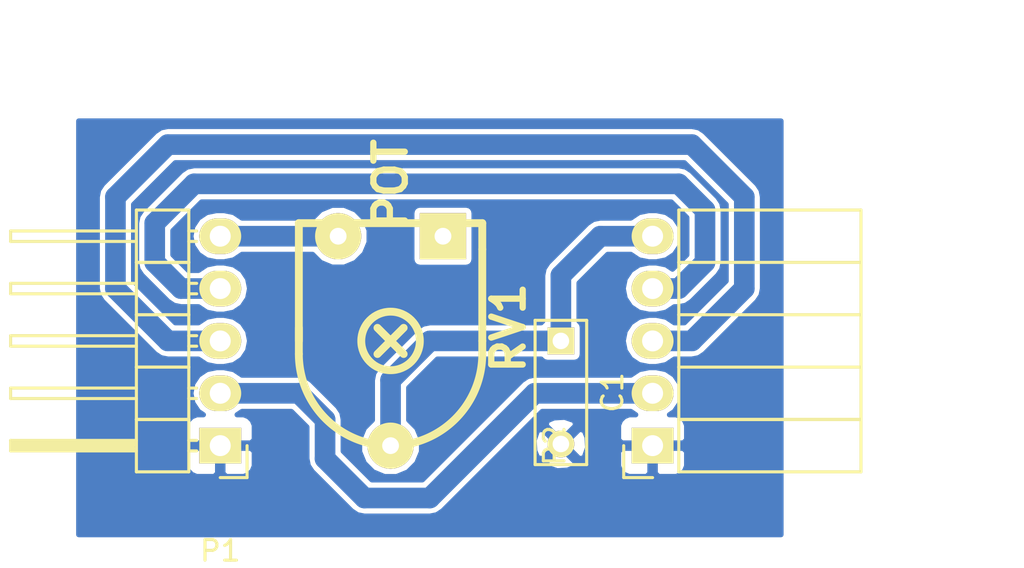
<source format=kicad_pcb>
(kicad_pcb (version 4) (host pcbnew 4.0.1-stable)

  (general
    (links 8)
    (no_connects 0)
    (area 109.139999 93.67 162.94 121.01)
    (thickness 1.6)
    (drawings 6)
    (tracks 33)
    (zones 0)
    (modules 4)
    (nets 8)
  )

  (page A4)
  (layers
    (0 F.Cu signal)
    (31 B.Cu signal)
    (32 B.Adhes user)
    (33 F.Adhes user)
    (34 B.Paste user)
    (35 F.Paste user)
    (36 B.SilkS user)
    (37 F.SilkS user)
    (38 B.Mask user)
    (39 F.Mask user)
    (40 Dwgs.User user)
    (41 Cmts.User user)
    (42 Eco1.User user)
    (43 Eco2.User user)
    (44 Edge.Cuts user)
    (45 Margin user)
    (46 B.CrtYd user)
    (47 F.CrtYd user)
    (48 B.Fab user)
    (49 F.Fab user)
  )

  (setup
    (last_trace_width 1)
    (user_trace_width 0.5)
    (user_trace_width 1)
    (trace_clearance 0.2)
    (zone_clearance 0.254)
    (zone_45_only no)
    (trace_min 0.2)
    (segment_width 0.2)
    (edge_width 0.15)
    (via_size 0.6)
    (via_drill 0.4)
    (via_min_size 0.4)
    (via_min_drill 0.3)
    (user_via 1 0.8)
    (uvia_size 0.3)
    (uvia_drill 0.1)
    (uvias_allowed no)
    (uvia_min_size 0)
    (uvia_min_drill 0)
    (pcb_text_width 0.3)
    (pcb_text_size 1.5 1.5)
    (mod_edge_width 0.15)
    (mod_text_size 1 1)
    (mod_text_width 0.15)
    (pad_size 1.524 1.524)
    (pad_drill 0.762)
    (pad_to_mask_clearance 0.2)
    (aux_axis_origin 0 0)
    (visible_elements FFFFFF7F)
    (pcbplotparams
      (layerselection 0x00000_80000000)
      (usegerberextensions false)
      (excludeedgelayer true)
      (linewidth 0.100000)
      (plotframeref false)
      (viasonmask false)
      (mode 1)
      (useauxorigin false)
      (hpglpennumber 1)
      (hpglpenspeed 20)
      (hpglpendiameter 15)
      (hpglpenoverlay 2)
      (psnegative false)
      (psa4output false)
      (plotreference true)
      (plotvalue true)
      (plotinvisibletext false)
      (padsonsilk false)
      (subtractmaskfromsilk false)
      (outputformat 4)
      (mirror false)
      (drillshape 0)
      (scaleselection 1)
      (outputdirectory ""))
  )

  (net 0 "")
  (net 1 "Net-(C1-Pad1)")
  (net 2 GND)
  (net 3 /2)
  (net 4 /3)
  (net 5 /4)
  (net 6 "Net-(P1-Pad5)")
  (net 7 "Net-(RV1-Pad1)")

  (net_class Default "Ceci est la Netclass par défaut"
    (clearance 0.2)
    (trace_width 0.25)
    (via_dia 0.6)
    (via_drill 0.4)
    (uvia_dia 0.3)
    (uvia_drill 0.1)
    (add_net /2)
    (add_net /3)
    (add_net /4)
    (add_net GND)
    (add_net "Net-(C1-Pad1)")
    (add_net "Net-(P1-Pad5)")
    (add_net "Net-(RV1-Pad1)")
  )

  (module Capacitors_ThroughHole:C_Rect_L7_W2.5_P5 (layer F.Cu) (tedit 0) (tstamp 56F0395B)
    (at 136.525 109.855 270)
    (descr "Film Capacitor Length 7mm x Width 2.5mm, Pitch 5mm")
    (tags Capacitor)
    (path /56F037F0)
    (fp_text reference C1 (at 2.5 -2.5 270) (layer F.SilkS)
      (effects (font (size 1 1) (thickness 0.15)))
    )
    (fp_text value C (at 2.5 2.5 270) (layer F.Fab)
      (effects (font (size 1 1) (thickness 0.15)))
    )
    (fp_line (start -1.25 -1.5) (end 6.25 -1.5) (layer F.CrtYd) (width 0.05))
    (fp_line (start 6.25 -1.5) (end 6.25 1.5) (layer F.CrtYd) (width 0.05))
    (fp_line (start 6.25 1.5) (end -1.25 1.5) (layer F.CrtYd) (width 0.05))
    (fp_line (start -1.25 1.5) (end -1.25 -1.5) (layer F.CrtYd) (width 0.05))
    (fp_line (start -1 -1.25) (end 6 -1.25) (layer F.SilkS) (width 0.15))
    (fp_line (start 6 -1.25) (end 6 1.25) (layer F.SilkS) (width 0.15))
    (fp_line (start 6 1.25) (end -1 1.25) (layer F.SilkS) (width 0.15))
    (fp_line (start -1 1.25) (end -1 -1.25) (layer F.SilkS) (width 0.15))
    (pad 1 thru_hole rect (at 0 0 270) (size 1.3 1.3) (drill 0.8) (layers *.Cu *.Mask F.SilkS)
      (net 1 "Net-(C1-Pad1)"))
    (pad 2 thru_hole circle (at 5 0 270) (size 1.3 1.3) (drill 0.8) (layers *.Cu *.Mask F.SilkS)
      (net 2 GND))
  )

  (module Pin_Headers:Pin_Header_Angled_1x05 (layer F.Cu) (tedit 0) (tstamp 56F03964)
    (at 120.015 114.935 180)
    (descr "Through hole pin header")
    (tags "pin header")
    (path /56F0389F)
    (fp_text reference P1 (at 0 -5.1 180) (layer F.SilkS)
      (effects (font (size 1 1) (thickness 0.15)))
    )
    (fp_text value CONN_01X05 (at 0 -3.1 180) (layer F.Fab)
      (effects (font (size 1 1) (thickness 0.15)))
    )
    (fp_line (start -1.5 -1.75) (end -1.5 11.95) (layer F.CrtYd) (width 0.05))
    (fp_line (start 10.65 -1.75) (end 10.65 11.95) (layer F.CrtYd) (width 0.05))
    (fp_line (start -1.5 -1.75) (end 10.65 -1.75) (layer F.CrtYd) (width 0.05))
    (fp_line (start -1.5 11.95) (end 10.65 11.95) (layer F.CrtYd) (width 0.05))
    (fp_line (start -1.3 -1.55) (end -1.3 0) (layer F.SilkS) (width 0.15))
    (fp_line (start 0 -1.55) (end -1.3 -1.55) (layer F.SilkS) (width 0.15))
    (fp_line (start 4.191 -0.127) (end 10.033 -0.127) (layer F.SilkS) (width 0.15))
    (fp_line (start 10.033 -0.127) (end 10.033 0.127) (layer F.SilkS) (width 0.15))
    (fp_line (start 10.033 0.127) (end 4.191 0.127) (layer F.SilkS) (width 0.15))
    (fp_line (start 4.191 0.127) (end 4.191 0) (layer F.SilkS) (width 0.15))
    (fp_line (start 4.191 0) (end 10.033 0) (layer F.SilkS) (width 0.15))
    (fp_line (start 1.524 -0.254) (end 1.143 -0.254) (layer F.SilkS) (width 0.15))
    (fp_line (start 1.524 0.254) (end 1.143 0.254) (layer F.SilkS) (width 0.15))
    (fp_line (start 1.524 2.286) (end 1.143 2.286) (layer F.SilkS) (width 0.15))
    (fp_line (start 1.524 2.794) (end 1.143 2.794) (layer F.SilkS) (width 0.15))
    (fp_line (start 1.524 4.826) (end 1.143 4.826) (layer F.SilkS) (width 0.15))
    (fp_line (start 1.524 5.334) (end 1.143 5.334) (layer F.SilkS) (width 0.15))
    (fp_line (start 1.524 7.366) (end 1.143 7.366) (layer F.SilkS) (width 0.15))
    (fp_line (start 1.524 7.874) (end 1.143 7.874) (layer F.SilkS) (width 0.15))
    (fp_line (start 1.524 10.414) (end 1.143 10.414) (layer F.SilkS) (width 0.15))
    (fp_line (start 1.524 9.906) (end 1.143 9.906) (layer F.SilkS) (width 0.15))
    (fp_line (start 4.064 1.27) (end 4.064 -1.27) (layer F.SilkS) (width 0.15))
    (fp_line (start 10.16 0.254) (end 4.064 0.254) (layer F.SilkS) (width 0.15))
    (fp_line (start 10.16 -0.254) (end 10.16 0.254) (layer F.SilkS) (width 0.15))
    (fp_line (start 4.064 -0.254) (end 10.16 -0.254) (layer F.SilkS) (width 0.15))
    (fp_line (start 1.524 1.27) (end 4.064 1.27) (layer F.SilkS) (width 0.15))
    (fp_line (start 1.524 -1.27) (end 1.524 1.27) (layer F.SilkS) (width 0.15))
    (fp_line (start 1.524 -1.27) (end 4.064 -1.27) (layer F.SilkS) (width 0.15))
    (fp_line (start 1.524 3.81) (end 4.064 3.81) (layer F.SilkS) (width 0.15))
    (fp_line (start 1.524 3.81) (end 1.524 6.35) (layer F.SilkS) (width 0.15))
    (fp_line (start 1.524 6.35) (end 4.064 6.35) (layer F.SilkS) (width 0.15))
    (fp_line (start 4.064 4.826) (end 10.16 4.826) (layer F.SilkS) (width 0.15))
    (fp_line (start 10.16 4.826) (end 10.16 5.334) (layer F.SilkS) (width 0.15))
    (fp_line (start 10.16 5.334) (end 4.064 5.334) (layer F.SilkS) (width 0.15))
    (fp_line (start 4.064 6.35) (end 4.064 3.81) (layer F.SilkS) (width 0.15))
    (fp_line (start 4.064 3.81) (end 4.064 1.27) (layer F.SilkS) (width 0.15))
    (fp_line (start 10.16 2.794) (end 4.064 2.794) (layer F.SilkS) (width 0.15))
    (fp_line (start 10.16 2.286) (end 10.16 2.794) (layer F.SilkS) (width 0.15))
    (fp_line (start 4.064 2.286) (end 10.16 2.286) (layer F.SilkS) (width 0.15))
    (fp_line (start 1.524 3.81) (end 4.064 3.81) (layer F.SilkS) (width 0.15))
    (fp_line (start 1.524 1.27) (end 1.524 3.81) (layer F.SilkS) (width 0.15))
    (fp_line (start 1.524 1.27) (end 4.064 1.27) (layer F.SilkS) (width 0.15))
    (fp_line (start 1.524 8.89) (end 4.064 8.89) (layer F.SilkS) (width 0.15))
    (fp_line (start 1.524 8.89) (end 1.524 11.43) (layer F.SilkS) (width 0.15))
    (fp_line (start 1.524 11.43) (end 4.064 11.43) (layer F.SilkS) (width 0.15))
    (fp_line (start 4.064 9.906) (end 10.16 9.906) (layer F.SilkS) (width 0.15))
    (fp_line (start 10.16 9.906) (end 10.16 10.414) (layer F.SilkS) (width 0.15))
    (fp_line (start 10.16 10.414) (end 4.064 10.414) (layer F.SilkS) (width 0.15))
    (fp_line (start 4.064 11.43) (end 4.064 8.89) (layer F.SilkS) (width 0.15))
    (fp_line (start 4.064 8.89) (end 4.064 6.35) (layer F.SilkS) (width 0.15))
    (fp_line (start 10.16 7.874) (end 4.064 7.874) (layer F.SilkS) (width 0.15))
    (fp_line (start 10.16 7.366) (end 10.16 7.874) (layer F.SilkS) (width 0.15))
    (fp_line (start 4.064 7.366) (end 10.16 7.366) (layer F.SilkS) (width 0.15))
    (fp_line (start 1.524 8.89) (end 4.064 8.89) (layer F.SilkS) (width 0.15))
    (fp_line (start 1.524 6.35) (end 1.524 8.89) (layer F.SilkS) (width 0.15))
    (fp_line (start 1.524 6.35) (end 4.064 6.35) (layer F.SilkS) (width 0.15))
    (pad 1 thru_hole rect (at 0 0 180) (size 2.032 1.7272) (drill 1.016) (layers *.Cu *.Mask F.SilkS)
      (net 2 GND))
    (pad 2 thru_hole oval (at 0 2.54 180) (size 2.032 1.7272) (drill 1.016) (layers *.Cu *.Mask F.SilkS)
      (net 3 /2))
    (pad 3 thru_hole oval (at 0 5.08 180) (size 2.032 1.7272) (drill 1.016) (layers *.Cu *.Mask F.SilkS)
      (net 4 /3))
    (pad 4 thru_hole oval (at 0 7.62 180) (size 2.032 1.7272) (drill 1.016) (layers *.Cu *.Mask F.SilkS)
      (net 5 /4))
    (pad 5 thru_hole oval (at 0 10.16 180) (size 2.032 1.7272) (drill 1.016) (layers *.Cu *.Mask F.SilkS)
      (net 6 "Net-(P1-Pad5)"))
    (model Pin_Headers.3dshapes/Pin_Header_Angled_1x05.wrl
      (at (xyz 0 -0.2 0))
      (scale (xyz 1 1 1))
      (rotate (xyz 0 0 90))
    )
  )

  (module Socket_Strips:Socket_Strip_Angled_1x05 (layer F.Cu) (tedit 0) (tstamp 56F0396D)
    (at 140.97 114.935 90)
    (descr "Through hole socket strip")
    (tags "socket strip")
    (path /56F03843)
    (fp_text reference P2 (at 0 -4.75 90) (layer F.SilkS)
      (effects (font (size 1 1) (thickness 0.15)))
    )
    (fp_text value CONN_01X05 (at 0 -2.75 90) (layer F.Fab)
      (effects (font (size 1 1) (thickness 0.15)))
    )
    (fp_line (start -1.75 -1.5) (end -1.75 10.6) (layer F.CrtYd) (width 0.05))
    (fp_line (start 11.95 -1.5) (end 11.95 10.6) (layer F.CrtYd) (width 0.05))
    (fp_line (start -1.75 -1.5) (end 11.95 -1.5) (layer F.CrtYd) (width 0.05))
    (fp_line (start -1.75 10.6) (end 11.95 10.6) (layer F.CrtYd) (width 0.05))
    (fp_line (start 8.89 1.27) (end 11.43 1.27) (layer F.SilkS) (width 0.15))
    (fp_line (start 8.89 10.1) (end 11.43 10.1) (layer F.SilkS) (width 0.15))
    (fp_line (start 11.43 10.1) (end 11.43 1.27) (layer F.SilkS) (width 0.15))
    (fp_line (start 8.89 10.1) (end 8.89 1.27) (layer F.SilkS) (width 0.15))
    (fp_line (start 6.35 10.1) (end 8.89 10.1) (layer F.SilkS) (width 0.15))
    (fp_line (start 6.35 1.27) (end 8.89 1.27) (layer F.SilkS) (width 0.15))
    (fp_line (start 3.81 1.27) (end 6.35 1.27) (layer F.SilkS) (width 0.15))
    (fp_line (start 3.81 10.1) (end 6.35 10.1) (layer F.SilkS) (width 0.15))
    (fp_line (start 6.35 10.1) (end 6.35 1.27) (layer F.SilkS) (width 0.15))
    (fp_line (start 3.81 10.1) (end 3.81 1.27) (layer F.SilkS) (width 0.15))
    (fp_line (start 1.27 10.1) (end 3.81 10.1) (layer F.SilkS) (width 0.15))
    (fp_line (start 1.27 1.27) (end 1.27 10.1) (layer F.SilkS) (width 0.15))
    (fp_line (start 1.27 1.27) (end 3.81 1.27) (layer F.SilkS) (width 0.15))
    (fp_line (start -1.27 1.27) (end 1.27 1.27) (layer F.SilkS) (width 0.15))
    (fp_line (start 0 -1.4) (end -1.55 -1.4) (layer F.SilkS) (width 0.15))
    (fp_line (start -1.55 -1.4) (end -1.55 0) (layer F.SilkS) (width 0.15))
    (fp_line (start -1.27 1.27) (end -1.27 10.1) (layer F.SilkS) (width 0.15))
    (fp_line (start -1.27 10.1) (end 1.27 10.1) (layer F.SilkS) (width 0.15))
    (fp_line (start 1.27 10.1) (end 1.27 1.27) (layer F.SilkS) (width 0.15))
    (pad 1 thru_hole rect (at 0 0 90) (size 1.7272 2.032) (drill 1.016) (layers *.Cu *.Mask F.SilkS)
      (net 2 GND))
    (pad 2 thru_hole oval (at 2.54 0 90) (size 1.7272 2.032) (drill 1.016) (layers *.Cu *.Mask F.SilkS)
      (net 3 /2))
    (pad 3 thru_hole oval (at 5.08 0 90) (size 1.7272 2.032) (drill 1.016) (layers *.Cu *.Mask F.SilkS)
      (net 4 /3))
    (pad 4 thru_hole oval (at 7.62 0 90) (size 1.7272 2.032) (drill 1.016) (layers *.Cu *.Mask F.SilkS)
      (net 5 /4))
    (pad 5 thru_hole oval (at 10.16 0 90) (size 1.7272 2.032) (drill 1.016) (layers *.Cu *.Mask F.SilkS)
      (net 1 "Net-(C1-Pad1)"))
    (model Socket_Strips.3dshapes/Socket_Strip_Angled_1x05.wrl
      (at (xyz 0.2 0 0))
      (scale (xyz 1 1 1))
      (rotate (xyz 0 0 180))
    )
  )

  (module Potentiometres:POAH (layer F.Cu) (tedit 493380DA) (tstamp 56F041B1)
    (at 128.27 109.855 270)
    (path /56F03ADE)
    (fp_text reference RV1 (at -0.635 -5.715 270) (layer F.SilkS)
      (effects (font (thickness 0.3048)))
    )
    (fp_text value POT (at -7.62 0 270) (layer F.SilkS)
      (effects (font (thickness 0.3048)))
    )
    (fp_line (start -0.635 0.635) (end 0.635 -0.635) (layer F.SilkS) (width 0.381))
    (fp_line (start 0.635 4.445) (end -0.635 4.445) (layer F.SilkS) (width 0.381))
    (fp_line (start 0.635 -4.445) (end 0 -4.445) (layer F.SilkS) (width 0.381))
    (fp_line (start -4.445 -4.445) (end -5.715 -4.445) (layer F.SilkS) (width 0.381))
    (fp_line (start -5.715 -4.445) (end -5.715 4.445) (layer F.SilkS) (width 0.381))
    (fp_line (start -5.715 4.445) (end -4.445 4.445) (layer F.SilkS) (width 0.381))
    (fp_line (start -0.635 -0.635) (end 0.635 0.635) (layer F.SilkS) (width 0.381))
    (fp_line (start -0.635 -4.445) (end 0 -4.445) (layer F.SilkS) (width 0.381))
    (fp_circle (center 0 0) (end 1.27 -0.635) (layer F.SilkS) (width 0.381))
    (fp_line (start -4.445 4.445) (end 0 4.445) (layer F.SilkS) (width 0.381))
    (fp_line (start -4.445 -4.445) (end -0.635 -4.445) (layer F.SilkS) (width 0.381))
    (fp_arc (start 0.635 0) (end 5.08 0) (angle 90) (layer F.SilkS) (width 0.381))
    (fp_arc (start 0.635 0) (end 0.635 -4.445) (angle 90) (layer F.SilkS) (width 0.381))
    (pad 2 thru_hole circle (at 5.08 0 270) (size 2.24028 2.24028) (drill 0.8128) (layers *.Cu *.Mask F.SilkS)
      (net 1 "Net-(C1-Pad1)"))
    (pad 1 thru_hole rect (at -5.08 -2.54 270) (size 2.24028 2.24028) (drill 0.8128) (layers *.Cu *.Mask F.SilkS)
      (net 7 "Net-(RV1-Pad1)"))
    (pad 3 thru_hole circle (at -5.08 2.54 270) (size 2.24028 2.24028) (drill 0.8128) (layers *.Cu *.Mask F.SilkS)
      (net 6 "Net-(P1-Pad5)"))
  )

  (gr_line (start 147.32 119.38) (end 147.32 99.06) (angle 90) (layer Dwgs.User) (width 0.2))
  (gr_line (start 113.03 119.38) (end 147.32 119.38) (angle 90) (layer Dwgs.User) (width 0.2))
  (gr_line (start 113.03 99.06) (end 113.03 119.38) (angle 90) (layer Dwgs.User) (width 0.2))
  (gr_line (start 147.32 99.06) (end 113.03 99.06) (angle 90) (layer Dwgs.User) (width 0.2))
  (dimension 34.29 (width 0.3) (layer Dwgs.User)
    (gr_text "34,290 mm" (at 130.175 95.17) (layer Dwgs.User)
      (effects (font (size 1.5 1.5) (thickness 0.3)))
    )
    (feature1 (pts (xy 113.03 99.06) (xy 113.03 93.82)))
    (feature2 (pts (xy 147.32 99.06) (xy 147.32 93.82)))
    (crossbar (pts (xy 147.32 96.52) (xy 113.03 96.52)))
    (arrow1a (pts (xy 113.03 96.52) (xy 114.156504 95.933579)))
    (arrow1b (pts (xy 113.03 96.52) (xy 114.156504 97.106421)))
    (arrow2a (pts (xy 147.32 96.52) (xy 146.193496 95.933579)))
    (arrow2b (pts (xy 147.32 96.52) (xy 146.193496 97.106421)))
  )
  (dimension 20.32 (width 0.3) (layer Dwgs.User)
    (gr_text "20,320 mm" (at 156.29 109.22 270) (layer Dwgs.User)
      (effects (font (size 1.5 1.5) (thickness 0.3)))
    )
    (feature1 (pts (xy 147.32 119.38) (xy 157.64 119.38)))
    (feature2 (pts (xy 147.32 99.06) (xy 157.64 99.06)))
    (crossbar (pts (xy 154.94 99.06) (xy 154.94 119.38)))
    (arrow1a (pts (xy 154.94 119.38) (xy 154.353579 118.253496)))
    (arrow1b (pts (xy 154.94 119.38) (xy 155.526421 118.253496)))
    (arrow2a (pts (xy 154.94 99.06) (xy 154.353579 100.186504)))
    (arrow2b (pts (xy 154.94 99.06) (xy 155.526421 100.186504)))
  )

  (segment (start 136.525 109.855) (end 130.175 109.855) (width 1) (layer B.Cu) (net 1))
  (segment (start 128.27 111.76) (end 128.27 114.935) (width 1) (layer B.Cu) (net 1) (tstamp 56F043E1))
  (segment (start 130.175 109.855) (end 128.27 111.76) (width 1) (layer B.Cu) (net 1) (tstamp 56F043DE))
  (segment (start 136.525 109.855) (end 136.525 106.68) (width 1) (layer B.Cu) (net 1))
  (segment (start 138.43 104.775) (end 140.97 104.775) (width 1) (layer B.Cu) (net 1) (tstamp 56F043DB))
  (segment (start 136.525 106.68) (end 138.43 104.775) (width 1) (layer B.Cu) (net 1) (tstamp 56F043D9))
  (segment (start 140.89 114.855) (end 140.97 114.935) (width 1) (layer B.Cu) (net 2) (tstamp 56F043AD))
  (segment (start 140.97 112.395) (end 135.255 112.395) (width 1) (layer B.Cu) (net 3))
  (segment (start 123.825 112.395) (end 120.015 112.395) (width 1) (layer B.Cu) (net 3) (tstamp 56F04401))
  (segment (start 125.095 113.665) (end 123.825 112.395) (width 1) (layer B.Cu) (net 3) (tstamp 56F04400))
  (segment (start 125.095 115.57) (end 125.095 113.665) (width 1) (layer B.Cu) (net 3) (tstamp 56F043FC))
  (segment (start 127 117.475) (end 125.095 115.57) (width 1) (layer B.Cu) (net 3) (tstamp 56F043FA))
  (segment (start 130.175 117.475) (end 127 117.475) (width 1) (layer B.Cu) (net 3) (tstamp 56F043F9))
  (segment (start 135.255 112.395) (end 130.175 117.475) (width 1) (layer B.Cu) (net 3) (tstamp 56F043F6))
  (segment (start 140.97 109.855) (end 142.875 109.855) (width 1) (layer B.Cu) (net 4))
  (segment (start 117.475 109.855) (end 120.015 109.855) (width 1) (layer B.Cu) (net 4) (tstamp 56F044EE))
  (segment (start 114.935 107.315) (end 117.475 109.855) (width 1) (layer B.Cu) (net 4) (tstamp 56F044EC))
  (segment (start 114.935 102.87) (end 114.935 107.315) (width 1) (layer B.Cu) (net 4) (tstamp 56F044EB))
  (segment (start 117.475 100.33) (end 114.935 102.87) (width 1) (layer B.Cu) (net 4) (tstamp 56F044EA))
  (segment (start 142.875 100.33) (end 117.475 100.33) (width 1) (layer B.Cu) (net 4) (tstamp 56F044E7))
  (segment (start 145.415 102.87) (end 142.875 100.33) (width 1) (layer B.Cu) (net 4) (tstamp 56F044E6))
  (segment (start 145.415 107.315) (end 145.415 102.87) (width 1) (layer B.Cu) (net 4) (tstamp 56F044E4))
  (segment (start 142.875 109.855) (end 145.415 107.315) (width 1) (layer B.Cu) (net 4) (tstamp 56F044E2))
  (segment (start 120.015 107.315) (end 118.11 107.315) (width 1) (layer B.Cu) (net 5))
  (segment (start 142.24 107.315) (end 140.97 107.315) (width 1) (layer B.Cu) (net 5) (tstamp 56F04421))
  (segment (start 143.51 106.045) (end 142.24 107.315) (width 1) (layer B.Cu) (net 5) (tstamp 56F0441D))
  (segment (start 143.51 103.505) (end 143.51 106.045) (width 1) (layer B.Cu) (net 5) (tstamp 56F0441C))
  (segment (start 142.24 102.235) (end 143.51 103.505) (width 1) (layer B.Cu) (net 5) (tstamp 56F0441B))
  (segment (start 118.745 102.235) (end 142.24 102.235) (width 1) (layer B.Cu) (net 5) (tstamp 56F04416))
  (segment (start 116.84 104.14) (end 118.745 102.235) (width 1) (layer B.Cu) (net 5) (tstamp 56F04415))
  (segment (start 116.84 106.045) (end 116.84 104.14) (width 1) (layer B.Cu) (net 5) (tstamp 56F04414))
  (segment (start 118.11 107.315) (end 116.84 106.045) (width 1) (layer B.Cu) (net 5) (tstamp 56F04412))
  (segment (start 120.015 104.775) (end 125.73 104.775) (width 1) (layer B.Cu) (net 6))

  (zone (net 2) (net_name GND) (layer B.Cu) (tstamp 56F0456A) (hatch edge 0.508)
    (connect_pads (clearance 0.254))
    (min_thickness 0.254)
    (fill yes (arc_segments 16) (thermal_gap 0.508) (thermal_bridge_width 0.508))
    (polygon
      (pts
        (xy 147.32 119.38) (xy 113.03 119.38) (xy 113.03 99.06) (xy 147.32 99.06) (xy 147.32 119.38)
      )
    )
    (filled_polygon
      (pts
        (xy 147.193 119.253) (xy 113.157 119.253) (xy 113.157 115.22075) (xy 118.364 115.22075) (xy 118.364 115.92491)
        (xy 118.460673 116.158299) (xy 118.639302 116.336927) (xy 118.872691 116.4336) (xy 119.72925 116.4336) (xy 119.888 116.27485)
        (xy 119.888 115.062) (xy 120.142 115.062) (xy 120.142 116.27485) (xy 120.30075 116.4336) (xy 121.157309 116.4336)
        (xy 121.390698 116.336927) (xy 121.569327 116.158299) (xy 121.666 115.92491) (xy 121.666 115.22075) (xy 121.50725 115.062)
        (xy 120.142 115.062) (xy 119.888 115.062) (xy 118.52275 115.062) (xy 118.364 115.22075) (xy 113.157 115.22075)
        (xy 113.157 113.94509) (xy 118.364 113.94509) (xy 118.364 114.64925) (xy 118.52275 114.808) (xy 119.888 114.808)
        (xy 119.888 114.788) (xy 120.142 114.788) (xy 120.142 114.808) (xy 121.50725 114.808) (xy 121.666 114.64925)
        (xy 121.666 113.94509) (xy 121.569327 113.711701) (xy 121.390698 113.533073) (xy 121.157309 113.4364) (xy 120.833379 113.4364)
        (xy 121.073435 113.276) (xy 123.460078 113.276) (xy 124.214 114.029922) (xy 124.214 115.57) (xy 124.281062 115.907144)
        (xy 124.472039 116.192961) (xy 126.377039 118.097961) (xy 126.662856 118.288938) (xy 127 118.356) (xy 130.175 118.356)
        (xy 130.512144 118.288938) (xy 130.797961 118.097961) (xy 133.141906 115.754016) (xy 135.80559 115.754016) (xy 135.861271 115.984611)
        (xy 136.344078 116.152622) (xy 136.854428 116.123083) (xy 137.188729 115.984611) (xy 137.24441 115.754016) (xy 136.525 115.034605)
        (xy 135.80559 115.754016) (xy 133.141906 115.754016) (xy 134.221844 114.674078) (xy 135.227378 114.674078) (xy 135.256917 115.184428)
        (xy 135.395389 115.518729) (xy 135.625984 115.57441) (xy 136.345395 114.855) (xy 136.704605 114.855) (xy 137.424016 115.57441)
        (xy 137.654611 115.518729) (xy 137.758304 115.22075) (xy 139.319 115.22075) (xy 139.319 115.924909) (xy 139.415673 116.158298)
        (xy 139.594301 116.336927) (xy 139.82769 116.4336) (xy 140.68425 116.4336) (xy 140.843 116.27485) (xy 140.843 115.062)
        (xy 141.097 115.062) (xy 141.097 116.27485) (xy 141.25575 116.4336) (xy 142.11231 116.4336) (xy 142.345699 116.336927)
        (xy 142.524327 116.158298) (xy 142.621 115.924909) (xy 142.621 115.22075) (xy 142.46225 115.062) (xy 141.097 115.062)
        (xy 140.843 115.062) (xy 139.47775 115.062) (xy 139.319 115.22075) (xy 137.758304 115.22075) (xy 137.822622 115.035922)
        (xy 137.793083 114.525572) (xy 137.654611 114.191271) (xy 137.424016 114.13559) (xy 136.704605 114.855) (xy 136.345395 114.855)
        (xy 135.625984 114.13559) (xy 135.395389 114.191271) (xy 135.227378 114.674078) (xy 134.221844 114.674078) (xy 134.939938 113.955984)
        (xy 135.80559 113.955984) (xy 136.525 114.675395) (xy 137.24441 113.955984) (xy 137.188729 113.725389) (xy 136.705922 113.557378)
        (xy 136.195572 113.586917) (xy 135.861271 113.725389) (xy 135.80559 113.955984) (xy 134.939938 113.955984) (xy 135.619922 113.276)
        (xy 139.911565 113.276) (xy 140.151621 113.4364) (xy 139.82769 113.4364) (xy 139.594301 113.533073) (xy 139.415673 113.711702)
        (xy 139.319 113.945091) (xy 139.319 114.64925) (xy 139.47775 114.808) (xy 140.843 114.808) (xy 140.843 114.788)
        (xy 141.097 114.788) (xy 141.097 114.808) (xy 142.46225 114.808) (xy 142.621 114.64925) (xy 142.621 113.945091)
        (xy 142.524327 113.711702) (xy 142.345699 113.533073) (xy 142.11231 113.4364) (xy 141.788379 113.4364) (xy 142.029834 113.275065)
        (xy 142.299629 112.871288) (xy 142.394369 112.395) (xy 142.299629 111.918712) (xy 142.029834 111.514935) (xy 141.626057 111.24514)
        (xy 141.149769 111.1504) (xy 140.790231 111.1504) (xy 140.313943 111.24514) (xy 139.911565 111.514) (xy 135.255 111.514)
        (xy 134.917856 111.581062) (xy 134.632039 111.772039) (xy 129.810078 116.594) (xy 127.364922 116.594) (xy 126.003207 115.232285)
        (xy 126.7686 115.232285) (xy 126.996653 115.784217) (xy 127.418562 116.206862) (xy 127.970095 116.435879) (xy 128.567285 116.4364)
        (xy 129.119217 116.208347) (xy 129.541862 115.786438) (xy 129.770879 115.234905) (xy 129.7714 114.637715) (xy 129.543347 114.085783)
        (xy 129.151 113.692752) (xy 129.151 112.124922) (xy 130.539922 110.736) (xy 135.570894 110.736) (xy 135.596546 110.775865)
        (xy 135.723866 110.862859) (xy 135.875 110.893464) (xy 137.175 110.893464) (xy 137.31619 110.866897) (xy 137.445865 110.783454)
        (xy 137.532859 110.656134) (xy 137.563464 110.505) (xy 137.563464 109.205) (xy 137.536897 109.06381) (xy 137.453454 108.934135)
        (xy 137.406 108.901711) (xy 137.406 107.044922) (xy 138.794922 105.656) (xy 139.911565 105.656) (xy 140.313943 105.92486)
        (xy 140.790231 106.0196) (xy 141.149769 106.0196) (xy 141.626057 105.92486) (xy 142.029834 105.655065) (xy 142.299629 105.251288)
        (xy 142.394369 104.775) (xy 142.299629 104.298712) (xy 142.029834 103.894935) (xy 141.626057 103.62514) (xy 141.149769 103.5304)
        (xy 140.790231 103.5304) (xy 140.313943 103.62514) (xy 139.911565 103.894) (xy 138.43 103.894) (xy 138.092856 103.961062)
        (xy 137.807039 104.152039) (xy 135.902039 106.057039) (xy 135.711062 106.342856) (xy 135.644 106.68) (xy 135.644 108.900894)
        (xy 135.604135 108.926546) (xy 135.571711 108.974) (xy 130.175 108.974) (xy 129.837856 109.041062) (xy 129.552039 109.232039)
        (xy 127.647039 111.137039) (xy 127.456062 111.422856) (xy 127.389 111.76) (xy 127.389 113.693381) (xy 126.998138 114.083562)
        (xy 126.769121 114.635095) (xy 126.7686 115.232285) (xy 126.003207 115.232285) (xy 125.976 115.205078) (xy 125.976 113.665)
        (xy 125.908938 113.327856) (xy 125.717961 113.042039) (xy 124.447961 111.772039) (xy 124.162144 111.581062) (xy 123.825 111.514)
        (xy 121.073435 111.514) (xy 120.671057 111.24514) (xy 120.194769 111.1504) (xy 119.835231 111.1504) (xy 119.358943 111.24514)
        (xy 118.955166 111.514935) (xy 118.685371 111.918712) (xy 118.590631 112.395) (xy 118.685371 112.871288) (xy 118.955166 113.275065)
        (xy 119.196621 113.4364) (xy 118.872691 113.4364) (xy 118.639302 113.533073) (xy 118.460673 113.711701) (xy 118.364 113.94509)
        (xy 113.157 113.94509) (xy 113.157 102.87) (xy 114.054 102.87) (xy 114.054 107.315) (xy 114.121062 107.652144)
        (xy 114.312039 107.937961) (xy 116.852039 110.477961) (xy 117.137855 110.668938) (xy 117.475 110.736) (xy 118.956565 110.736)
        (xy 119.358943 111.00486) (xy 119.835231 111.0996) (xy 120.194769 111.0996) (xy 120.671057 111.00486) (xy 121.074834 110.735065)
        (xy 121.344629 110.331288) (xy 121.439369 109.855) (xy 121.344629 109.378712) (xy 121.074834 108.974935) (xy 120.671057 108.70514)
        (xy 120.194769 108.6104) (xy 119.835231 108.6104) (xy 119.358943 108.70514) (xy 118.956565 108.974) (xy 117.839922 108.974)
        (xy 115.816 106.950078) (xy 115.816 104.14) (xy 115.959 104.14) (xy 115.959 106.045) (xy 116.026062 106.382144)
        (xy 116.217039 106.667961) (xy 117.487039 107.937961) (xy 117.772856 108.128938) (xy 118.11 108.196) (xy 118.956565 108.196)
        (xy 119.358943 108.46486) (xy 119.835231 108.5596) (xy 120.194769 108.5596) (xy 120.671057 108.46486) (xy 121.074834 108.195065)
        (xy 121.344629 107.791288) (xy 121.439369 107.315) (xy 121.344629 106.838712) (xy 121.074834 106.434935) (xy 120.671057 106.16514)
        (xy 120.194769 106.0704) (xy 119.835231 106.0704) (xy 119.358943 106.16514) (xy 118.956565 106.434) (xy 118.474922 106.434)
        (xy 117.721 105.680078) (xy 117.721 104.775) (xy 118.590631 104.775) (xy 118.685371 105.251288) (xy 118.955166 105.655065)
        (xy 119.358943 105.92486) (xy 119.835231 106.0196) (xy 120.194769 106.0196) (xy 120.671057 105.92486) (xy 121.073435 105.656)
        (xy 124.488381 105.656) (xy 124.878562 106.046862) (xy 125.430095 106.275879) (xy 126.027285 106.2764) (xy 126.579217 106.048347)
        (xy 127.001862 105.626438) (xy 127.230879 105.074905) (xy 127.2314 104.477715) (xy 127.003347 103.925783) (xy 126.732896 103.65486)
        (xy 129.301396 103.65486) (xy 129.301396 105.89514) (xy 129.327963 106.03633) (xy 129.411406 106.166005) (xy 129.538726 106.252999)
        (xy 129.68986 106.283604) (xy 131.93014 106.283604) (xy 132.07133 106.257037) (xy 132.201005 106.173594) (xy 132.287999 106.046274)
        (xy 132.318604 105.89514) (xy 132.318604 103.65486) (xy 132.292037 103.51367) (xy 132.208594 103.383995) (xy 132.081274 103.297001)
        (xy 131.93014 103.266396) (xy 129.68986 103.266396) (xy 129.54867 103.292963) (xy 129.418995 103.376406) (xy 129.332001 103.503726)
        (xy 129.301396 103.65486) (xy 126.732896 103.65486) (xy 126.581438 103.503138) (xy 126.029905 103.274121) (xy 125.432715 103.2736)
        (xy 124.880783 103.501653) (xy 124.487752 103.894) (xy 121.073435 103.894) (xy 120.671057 103.62514) (xy 120.194769 103.5304)
        (xy 119.835231 103.5304) (xy 119.358943 103.62514) (xy 118.955166 103.894935) (xy 118.685371 104.298712) (xy 118.590631 104.775)
        (xy 117.721 104.775) (xy 117.721 104.504922) (xy 119.109922 103.116) (xy 141.875078 103.116) (xy 142.629 103.869922)
        (xy 142.629 105.680078) (xy 141.936504 106.372574) (xy 141.626057 106.16514) (xy 141.149769 106.0704) (xy 140.790231 106.0704)
        (xy 140.313943 106.16514) (xy 139.910166 106.434935) (xy 139.640371 106.838712) (xy 139.545631 107.315) (xy 139.640371 107.791288)
        (xy 139.910166 108.195065) (xy 140.313943 108.46486) (xy 140.790231 108.5596) (xy 141.149769 108.5596) (xy 141.626057 108.46486)
        (xy 142.028435 108.196) (xy 142.24 108.196) (xy 142.577144 108.128938) (xy 142.862961 107.937961) (xy 144.132961 106.667961)
        (xy 144.323938 106.382144) (xy 144.391 106.045) (xy 144.391 103.505) (xy 144.323938 103.167856) (xy 144.132961 102.882039)
        (xy 142.862961 101.612039) (xy 142.577144 101.421062) (xy 142.24 101.354) (xy 118.745 101.354) (xy 118.407856 101.421062)
        (xy 118.122039 101.612039) (xy 116.217039 103.517039) (xy 116.026062 103.802856) (xy 115.959 104.14) (xy 115.816 104.14)
        (xy 115.816 103.234922) (xy 117.839922 101.211) (xy 142.510078 101.211) (xy 144.534 103.234922) (xy 144.534 106.950078)
        (xy 142.510078 108.974) (xy 142.028435 108.974) (xy 141.626057 108.70514) (xy 141.149769 108.6104) (xy 140.790231 108.6104)
        (xy 140.313943 108.70514) (xy 139.910166 108.974935) (xy 139.640371 109.378712) (xy 139.545631 109.855) (xy 139.640371 110.331288)
        (xy 139.910166 110.735065) (xy 140.313943 111.00486) (xy 140.790231 111.0996) (xy 141.149769 111.0996) (xy 141.626057 111.00486)
        (xy 142.028435 110.736) (xy 142.875 110.736) (xy 143.212144 110.668938) (xy 143.497961 110.477961) (xy 146.037961 107.937961)
        (xy 146.228938 107.652145) (xy 146.296 107.315) (xy 146.296 102.87) (xy 146.228938 102.532856) (xy 146.228938 102.532855)
        (xy 146.037961 102.247039) (xy 143.497961 99.707039) (xy 143.212144 99.516062) (xy 142.875 99.449) (xy 117.475 99.449)
        (xy 117.137855 99.516062) (xy 116.852039 99.707039) (xy 114.312039 102.247039) (xy 114.121062 102.532856) (xy 114.054 102.87)
        (xy 113.157 102.87) (xy 113.157 99.187) (xy 147.193 99.187)
      )
    )
  )
)

</source>
